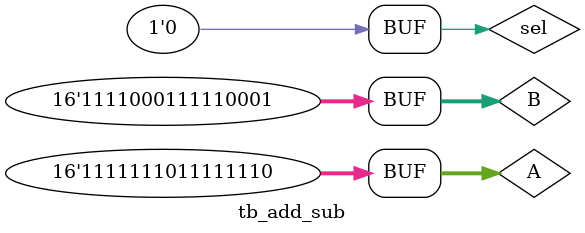
<source format=v>
module tb_add_sub();
reg [15:0] A, B; // Declaration of two four-bit inputs
reg sel; // and the one-bit input carry
wire [15:0] s; // Declaration of the five-bit outputs
wire  v;  // internal carry wires
add_sub DUT (V,s,cout,sel,A,B);

initial
begin
#10 A=16'b0000000000000000;B=16'b0000000100000001;sel=1'b0;
#10 A=16'b0000000100000001;B=16'b0000000100000001;sel=1'b1;
#10 A=16'b0000001000000010;B=16'b0000000100000001;sel=1'b0;
#10 A=16'b0011000100110001;B=16'b1100000111100001;sel=1'b1;
#10 A=16'b1111111011111110;B=16'b1111000111110001;sel=1'b0;
end
endmodule

</source>
